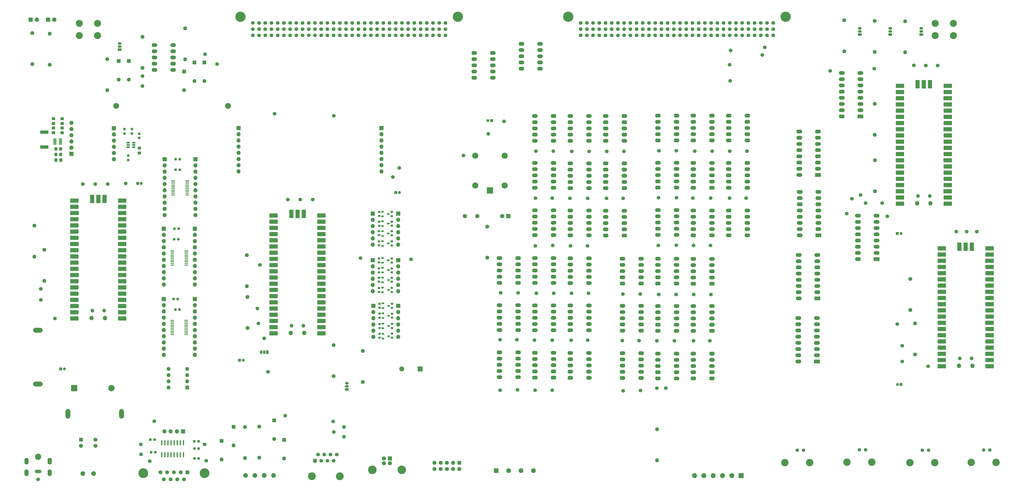
<source format=gts>
G04 #@! TF.GenerationSoftware,KiCad,Pcbnew,(6.0.1)*
G04 #@! TF.CreationDate,2023-03-07T12:10:13-05:00*
G04 #@! TF.ProjectId,Interconnect,496e7465-7263-46f6-9e6e-6563742e6b69,1.0*
G04 #@! TF.SameCoordinates,Original*
G04 #@! TF.FileFunction,Soldermask,Top*
G04 #@! TF.FilePolarity,Negative*
%FSLAX46Y46*%
G04 Gerber Fmt 4.6, Leading zero omitted, Abs format (unit mm)*
G04 Created by KiCad (PCBNEW (6.0.1)) date 2023-03-07 12:10:13*
%MOMM*%
%LPD*%
G01*
G04 APERTURE LIST*
G04 Aperture macros list*
%AMRoundRect*
0 Rectangle with rounded corners*
0 $1 Rounding radius*
0 $2 $3 $4 $5 $6 $7 $8 $9 X,Y pos of 4 corners*
0 Add a 4 corners polygon primitive as box body*
4,1,4,$2,$3,$4,$5,$6,$7,$8,$9,$2,$3,0*
0 Add four circle primitives for the rounded corners*
1,1,$1+$1,$2,$3*
1,1,$1+$1,$4,$5*
1,1,$1+$1,$6,$7*
1,1,$1+$1,$8,$9*
0 Add four rect primitives between the rounded corners*
20,1,$1+$1,$2,$3,$4,$5,0*
20,1,$1+$1,$4,$5,$6,$7,0*
20,1,$1+$1,$6,$7,$8,$9,0*
20,1,$1+$1,$8,$9,$2,$3,0*%
G04 Aperture macros list end*
%ADD10R,1.700000X1.700000*%
%ADD11O,1.700000X1.700000*%
%ADD12RoundRect,0.200000X0.275000X-0.200000X0.275000X0.200000X-0.275000X0.200000X-0.275000X-0.200000X0*%
%ADD13R,1.650000X1.650000*%
%ADD14C,1.650000*%
%ADD15C,1.500000*%
%ADD16C,2.400000*%
%ADD17O,2.400000X2.400000*%
%ADD18R,1.000000X0.700000*%
%ADD19R,2.400000X1.600000*%
%ADD20O,2.400000X1.600000*%
%ADD21C,1.600000*%
%ADD22O,1.600000X1.600000*%
%ADD23O,2.300000X1.600000*%
%ADD24RoundRect,0.250000X-0.337500X-0.475000X0.337500X-0.475000X0.337500X0.475000X-0.337500X0.475000X0*%
%ADD25RoundRect,0.237500X0.237500X-0.250000X0.237500X0.250000X-0.237500X0.250000X-0.237500X-0.250000X0*%
%ADD26RoundRect,0.100000X-0.637500X-0.100000X0.637500X-0.100000X0.637500X0.100000X-0.637500X0.100000X0*%
%ADD27RoundRect,0.250000X0.350000X0.450000X-0.350000X0.450000X-0.350000X-0.450000X0.350000X-0.450000X0*%
%ADD28RoundRect,0.237500X-0.300000X-0.237500X0.300000X-0.237500X0.300000X0.237500X-0.300000X0.237500X0*%
%ADD29R,1.500000X1.050000*%
%ADD30O,1.500000X1.050000*%
%ADD31R,2.025000X2.025000*%
%ADD32C,2.025000*%
%ADD33RoundRect,0.249999X1.425001X-0.450001X1.425001X0.450001X-1.425001X0.450001X-1.425001X-0.450001X0*%
%ADD34R,1.600000X1.600000*%
%ADD35R,1.200000X1.200000*%
%ADD36C,1.200000*%
%ADD37C,4.200000*%
%ADD38RoundRect,0.250000X-0.450000X0.350000X-0.450000X-0.350000X0.450000X-0.350000X0.450000X0.350000X0*%
%ADD39C,3.200000*%
%ADD40R,1.500000X1.500000*%
%ADD41RoundRect,0.200000X-0.275000X0.200000X-0.275000X-0.200000X0.275000X-0.200000X0.275000X0.200000X0*%
%ADD42R,2.500000X2.500000*%
%ADD43O,2.500000X2.500000*%
%ADD44C,4.000000*%
%ADD45RoundRect,0.237500X0.300000X0.237500X-0.300000X0.237500X-0.300000X-0.237500X0.300000X-0.237500X0*%
%ADD46O,1.800000X1.800000*%
%ADD47O,1.500000X1.500000*%
%ADD48R,3.500000X1.700000*%
%ADD49R,1.700000X3.500000*%
%ADD50RoundRect,0.150000X0.512500X0.150000X-0.512500X0.150000X-0.512500X-0.150000X0.512500X-0.150000X0*%
%ADD51RoundRect,0.237500X0.237500X-0.300000X0.237500X0.300000X-0.237500X0.300000X-0.237500X-0.300000X0*%
%ADD52RoundRect,0.041300X-0.253700X0.943700X-0.253700X-0.943700X0.253700X-0.943700X0.253700X0.943700X0*%
%ADD53C,1.905000*%
%ADD54C,1.700000*%
%ADD55C,3.500000*%
%ADD56O,3.900000X1.950000*%
%ADD57C,1.398000*%
%ADD58C,3.015000*%
%ADD59R,1.800000X1.800000*%
%ADD60C,1.800000*%
%ADD61R,2.600000X2.600000*%
%ADD62O,2.600000X2.600000*%
%ADD63C,1.900000*%
%ADD64C,2.850000*%
%ADD65C,2.550000*%
%ADD66O,2.700002X1.400000*%
%ADD67O,1.750000X2.750000*%
%ADD68R,1.950000X1.950000*%
%ADD69C,1.950000*%
%ADD70R,1.725000X1.725000*%
%ADD71C,1.725000*%
%ADD72O,1.950000X3.900000*%
%ADD73RoundRect,0.125000X-0.537500X-0.125000X0.537500X-0.125000X0.537500X0.125000X-0.537500X0.125000X0*%
%ADD74R,2.000000X2.000000*%
%ADD75C,2.000000*%
%ADD76R,1.050000X1.500000*%
%ADD77O,1.050000X1.500000*%
G04 APERTURE END LIST*
D10*
X160020000Y-71120000D03*
D11*
X160020000Y-73660000D03*
X160020000Y-76200000D03*
X160020000Y-78740000D03*
X160020000Y-81280000D03*
X160020000Y-83820000D03*
X160020000Y-86360000D03*
X160020000Y-88900000D03*
D10*
X101600000Y-71120000D03*
D11*
X101600000Y-73660000D03*
X101600000Y-76200000D03*
X101600000Y-78740000D03*
X101600000Y-81280000D03*
X101600000Y-83820000D03*
X101600000Y-86360000D03*
X101600000Y-88900000D03*
D12*
X159043000Y-119184135D03*
X159043000Y-117534135D03*
D13*
X191830000Y-208197500D03*
D14*
X191830000Y-210737500D03*
X189290000Y-208197500D03*
X189290000Y-210737500D03*
X186750000Y-208197500D03*
X186750000Y-210737500D03*
X184210000Y-208197500D03*
X184210000Y-210737500D03*
X181670000Y-208197500D03*
X181670000Y-210737500D03*
D15*
X383519200Y-168656000D03*
D16*
X51580000Y-62120000D03*
D17*
X97300000Y-62120000D03*
D18*
X160618278Y-151232880D03*
X160618278Y-153132880D03*
X163018278Y-152182880D03*
D15*
X109743744Y-151161879D03*
D19*
X355869000Y-66408135D03*
D20*
X355869000Y-63868135D03*
X355869000Y-61328135D03*
X355869000Y-58788135D03*
X355869000Y-56248135D03*
X355869000Y-53708135D03*
X355869000Y-51168135D03*
X355869000Y-48628135D03*
X348249000Y-48628135D03*
X348249000Y-51168135D03*
X348249000Y-53708135D03*
X348249000Y-56248135D03*
X348249000Y-58788135D03*
X348249000Y-61328135D03*
X348249000Y-63868135D03*
X348249000Y-66408135D03*
D21*
X374142000Y-27434135D03*
D22*
X374142000Y-40134135D03*
D23*
X230378000Y-95644895D03*
X230378000Y-93104895D03*
X230378000Y-90564895D03*
X230378000Y-88024895D03*
X230378000Y-85484895D03*
X222758000Y-85484895D03*
X222758000Y-88024895D03*
X222758000Y-90564895D03*
X222758000Y-93104895D03*
X222758000Y-95644895D03*
X280693300Y-173649895D03*
X280693300Y-171109895D03*
X280693300Y-168569895D03*
X280693300Y-166029895D03*
X280693300Y-163489895D03*
X273073300Y-163489895D03*
X273073300Y-166029895D03*
X273073300Y-168569895D03*
X273073300Y-171109895D03*
X273073300Y-173649895D03*
D10*
X50673000Y-71249135D03*
D11*
X50673000Y-73789135D03*
X50673000Y-76329135D03*
X50673000Y-78869135D03*
X50673000Y-81409135D03*
X50673000Y-83949135D03*
D23*
X244856000Y-115129615D03*
X244856000Y-112589615D03*
X244856000Y-110049615D03*
X244856000Y-107509615D03*
X244856000Y-104969615D03*
X237236000Y-104969615D03*
X237236000Y-107509615D03*
X237236000Y-110049615D03*
X237236000Y-112589615D03*
X237236000Y-115129615D03*
D24*
X26884400Y-84312285D03*
X28959400Y-84312285D03*
D25*
X58039000Y-73431635D03*
X58039000Y-71606635D03*
D26*
X74861500Y-92708135D03*
X74861500Y-93358135D03*
X74861500Y-94008135D03*
X74861500Y-94658135D03*
X74861500Y-95308135D03*
X74861500Y-95958135D03*
X74861500Y-96608135D03*
X74861500Y-97258135D03*
X74861500Y-97908135D03*
X74861500Y-98558135D03*
X80586500Y-98558135D03*
X80586500Y-97908135D03*
X80586500Y-97258135D03*
X80586500Y-96608135D03*
X80586500Y-95958135D03*
X80586500Y-95308135D03*
X80586500Y-94658135D03*
X80586500Y-94008135D03*
X80586500Y-93358135D03*
X80586500Y-92708135D03*
D15*
X272618200Y-158294935D03*
D27*
X28900400Y-82026285D03*
X26900400Y-82026285D03*
D21*
X378236000Y-163830000D03*
D22*
X378236000Y-151130000D03*
D15*
X62357000Y-53977135D03*
D28*
X83530982Y-206408000D03*
X85255982Y-206408000D03*
D29*
X52980000Y-39080000D03*
D30*
X52980000Y-37810000D03*
X52980000Y-36540000D03*
D31*
X307100000Y-213480000D03*
D32*
X303290000Y-213480000D03*
X299480000Y-213480000D03*
X295670000Y-213480000D03*
X291860000Y-213480000D03*
X288050000Y-213480000D03*
D15*
X265379200Y-158162455D03*
D33*
X22185400Y-78934535D03*
X22185400Y-72834535D03*
D18*
X160458778Y-136500880D03*
X160458778Y-138400880D03*
X162858778Y-137450880D03*
D21*
X47930000Y-42920000D03*
D22*
X47930000Y-55620000D03*
D15*
X208508600Y-157883055D03*
D34*
X79375000Y-48006000D03*
D22*
X79375000Y-55626000D03*
D29*
X368025000Y-32895135D03*
D30*
X368025000Y-31625135D03*
X368025000Y-30355135D03*
D15*
X126873000Y-100459135D03*
X252095000Y-99976535D03*
X295198800Y-80601415D03*
D21*
X361696000Y-61214000D03*
D22*
X361696000Y-73914000D03*
D15*
X395097000Y-113538000D03*
X20747200Y-141471135D03*
X222885000Y-178511895D03*
D23*
X295156300Y-95638615D03*
X295156300Y-93098615D03*
X295156300Y-90558615D03*
X295156300Y-88018615D03*
X295156300Y-85478615D03*
X287536300Y-85478615D03*
X287536300Y-88018615D03*
X287536300Y-90558615D03*
X287536300Y-93098615D03*
X287536300Y-95638615D03*
D15*
X193548000Y-82425135D03*
D35*
X102020401Y-166245135D03*
D36*
X103520401Y-166245135D03*
D15*
X273227800Y-119249655D03*
D21*
X79756000Y-30355135D03*
D22*
X79756000Y-43055135D03*
D15*
X244906800Y-80740175D03*
X110333000Y-127189135D03*
X377672600Y-45491400D03*
D34*
X120250000Y-198800000D03*
D22*
X120250000Y-206420000D03*
D15*
X113663000Y-170969135D03*
X241477800Y-28145335D03*
X244017800Y-28145335D03*
X246557800Y-28145335D03*
X249097800Y-28145335D03*
X251637800Y-28145335D03*
X254177800Y-28145335D03*
X256717800Y-28145335D03*
X259257800Y-28145335D03*
X261797800Y-28145335D03*
X264337800Y-28145335D03*
X266877800Y-28145335D03*
X269417800Y-28145335D03*
X271957800Y-28145335D03*
X274497800Y-28145335D03*
X277037800Y-28145335D03*
X279577800Y-28145335D03*
X282117800Y-28145335D03*
X284657800Y-28145335D03*
X287197800Y-28145335D03*
X289737800Y-28145335D03*
X292277800Y-28145335D03*
X294817800Y-28145335D03*
X297357800Y-28145335D03*
X299897800Y-28145335D03*
X302437800Y-28145335D03*
X304977800Y-28145335D03*
X307517800Y-28145335D03*
X310057800Y-28145335D03*
X312597800Y-28145335D03*
X315137800Y-28145335D03*
X317677800Y-28145335D03*
X320217800Y-28145335D03*
X241477800Y-30685335D03*
X244017800Y-30685335D03*
X246557800Y-30685335D03*
X249097800Y-30685335D03*
X251637800Y-30685335D03*
X254177800Y-30685335D03*
X256717800Y-30685335D03*
X259257800Y-30685335D03*
X261797800Y-30685335D03*
X264337800Y-30685335D03*
X266877800Y-30685335D03*
X269417800Y-30685335D03*
X271957800Y-30685335D03*
X274497800Y-30685335D03*
X277037800Y-30685335D03*
X279577800Y-30685335D03*
X282117800Y-30685335D03*
X284657800Y-30685335D03*
X287197800Y-30685335D03*
X289737800Y-30685335D03*
X292277800Y-30685335D03*
X294817800Y-30685335D03*
X297357800Y-30685335D03*
X299897800Y-30685335D03*
X302437800Y-30685335D03*
X304977800Y-30685335D03*
X307517800Y-30685335D03*
X310057800Y-30685335D03*
X312597800Y-30685335D03*
X315137800Y-30685335D03*
X317677800Y-30685335D03*
X320217800Y-30685335D03*
X241477800Y-33225335D03*
X244017800Y-33225335D03*
X246557800Y-33225335D03*
X249097800Y-33225335D03*
X251637800Y-33225335D03*
X254177800Y-33225335D03*
X256717800Y-33225335D03*
X259257800Y-33225335D03*
X261797800Y-33225335D03*
X264337800Y-33225335D03*
X266877800Y-33225335D03*
X269417800Y-33225335D03*
X271957800Y-33225335D03*
X274497800Y-33225335D03*
X277037800Y-33225335D03*
X279577800Y-33225335D03*
X282117800Y-33225335D03*
X284657800Y-33225335D03*
X287197800Y-33225335D03*
X289737800Y-33225335D03*
X292277800Y-33225335D03*
X294817800Y-33225335D03*
X297357800Y-33225335D03*
X299897800Y-33225335D03*
X302437800Y-33225335D03*
X304977800Y-33225335D03*
X307517800Y-33225335D03*
X310057800Y-33225335D03*
X312597800Y-33225335D03*
X315137800Y-33225335D03*
X317677800Y-33225335D03*
X320217800Y-33225335D03*
D37*
X236397800Y-25605335D03*
X325297800Y-25605335D03*
D38*
X25868400Y-67310285D03*
X25868400Y-69310285D03*
D23*
X244871000Y-173451415D03*
X244871000Y-170911415D03*
X244871000Y-168371415D03*
X244871000Y-165831415D03*
X244871000Y-163291415D03*
X237251000Y-163291415D03*
X237251000Y-165831415D03*
X237251000Y-168371415D03*
X237251000Y-170911415D03*
X237251000Y-173451415D03*
D10*
X166898278Y-143927880D03*
D11*
X166898278Y-146467880D03*
X166898278Y-149007880D03*
X166898278Y-151547880D03*
X166898278Y-154087880D03*
X166898278Y-156627880D03*
D15*
X88413482Y-207338000D03*
X131953000Y-100459135D03*
X222605600Y-158015535D03*
D34*
X116126000Y-190870000D03*
D22*
X116126000Y-198490000D03*
D23*
X259350600Y-115195615D03*
X259350600Y-112655615D03*
X259350600Y-110115615D03*
X259350600Y-107575615D03*
X259350600Y-105035615D03*
X251730600Y-105035615D03*
X251730600Y-107575615D03*
X251730600Y-110115615D03*
X251730600Y-112655615D03*
X251730600Y-115195615D03*
D21*
X376301000Y-132969000D03*
D22*
X376301000Y-145669000D03*
D39*
X131587500Y-213700000D03*
X143017500Y-213700000D03*
D40*
X132857500Y-207350000D03*
D15*
X134127500Y-204810000D03*
X135397500Y-207350000D03*
X136667500Y-204810000D03*
X137937500Y-207350000D03*
X139207500Y-204810000D03*
X140477500Y-207350000D03*
X141747500Y-204810000D03*
D35*
X60349000Y-93855135D03*
D36*
X61849000Y-93855135D03*
D41*
X164253000Y-124604135D03*
X164253000Y-126254135D03*
D18*
X160618278Y-142977880D03*
X160618278Y-144877880D03*
X163018278Y-143927880D03*
D15*
X302387000Y-45214135D03*
D12*
X159273000Y-148784135D03*
X159273000Y-147134135D03*
X159273000Y-153024135D03*
X159273000Y-151374135D03*
D35*
X165867401Y-97560000D03*
D36*
X167367401Y-97560000D03*
D18*
X160443000Y-124409135D03*
X160443000Y-126309135D03*
X162843000Y-125359135D03*
D15*
X237794800Y-80740175D03*
X315722000Y-41277135D03*
D42*
X204373000Y-96679135D03*
D43*
X210373000Y-94679135D03*
X210373000Y-82479135D03*
X198373000Y-82479135D03*
X198373000Y-94679135D03*
D23*
X295179600Y-154231655D03*
X295179600Y-151691655D03*
X295179600Y-149151655D03*
X295179600Y-146611655D03*
X295179600Y-144071655D03*
X287559600Y-144071655D03*
X287559600Y-146611655D03*
X287559600Y-149151655D03*
X287559600Y-151691655D03*
X287559600Y-154231655D03*
D34*
X94663000Y-199252000D03*
D22*
X94663000Y-206872000D03*
D15*
X366903000Y-107317135D03*
D23*
X280693300Y-134813415D03*
X280693300Y-132273415D03*
X280693300Y-129733415D03*
X280693300Y-127193415D03*
X280693300Y-124653415D03*
X273073300Y-124653415D03*
X273073300Y-127193415D03*
X273073300Y-129733415D03*
X273073300Y-132273415D03*
X273073300Y-134813415D03*
D12*
X159043000Y-130254135D03*
X159043000Y-128604135D03*
D28*
X65850982Y-203868000D03*
X67575982Y-203868000D03*
D38*
X61036200Y-79367735D03*
X61036200Y-81367735D03*
D15*
X109347000Y-145036135D03*
X107442000Y-28145335D03*
X109982000Y-28145335D03*
X112522000Y-28145335D03*
X115062000Y-28145335D03*
X117602000Y-28145335D03*
X120142000Y-28145335D03*
X122682000Y-28145335D03*
X125222000Y-28145335D03*
X127762000Y-28145335D03*
X130302000Y-28145335D03*
X132842000Y-28145335D03*
X135382000Y-28145335D03*
X137922000Y-28145335D03*
X140462000Y-28145335D03*
X143002000Y-28145335D03*
X145542000Y-28145335D03*
X148082000Y-28145335D03*
X150622000Y-28145335D03*
X153162000Y-28145335D03*
X155702000Y-28145335D03*
X158242000Y-28145335D03*
X160782000Y-28145335D03*
X163322000Y-28145335D03*
X165862000Y-28145335D03*
X168402000Y-28145335D03*
X170942000Y-28145335D03*
X173482000Y-28145335D03*
X176022000Y-28145335D03*
X178562000Y-28145335D03*
X181102000Y-28145335D03*
X183642000Y-28145335D03*
X186182000Y-28145335D03*
X107442000Y-30685335D03*
X109982000Y-30685335D03*
X112522000Y-30685335D03*
X115062000Y-30685335D03*
X117602000Y-30685335D03*
X120142000Y-30685335D03*
X122682000Y-30685335D03*
X125222000Y-30685335D03*
X127762000Y-30685335D03*
X130302000Y-30685335D03*
X132842000Y-30685335D03*
X135382000Y-30685335D03*
X137922000Y-30685335D03*
X140462000Y-30685335D03*
X143002000Y-30685335D03*
X145542000Y-30685335D03*
X148082000Y-30685335D03*
X150622000Y-30685335D03*
X153162000Y-30685335D03*
X155702000Y-30685335D03*
X158242000Y-30685335D03*
X160782000Y-30685335D03*
X163322000Y-30685335D03*
X165862000Y-30685335D03*
X168402000Y-30685335D03*
X170942000Y-30685335D03*
X173482000Y-30685335D03*
X176022000Y-30685335D03*
X178562000Y-30685335D03*
X181102000Y-30685335D03*
X183642000Y-30685335D03*
X186182000Y-30685335D03*
X107442000Y-33225335D03*
X109982000Y-33225335D03*
X112522000Y-33225335D03*
X115062000Y-33225335D03*
X117602000Y-33225335D03*
X120142000Y-33225335D03*
X122682000Y-33225335D03*
X125222000Y-33225335D03*
X127762000Y-33225335D03*
X130302000Y-33225335D03*
X132842000Y-33225335D03*
X135382000Y-33225335D03*
X137922000Y-33225335D03*
X140462000Y-33225335D03*
X143002000Y-33225335D03*
X145542000Y-33225335D03*
X148082000Y-33225335D03*
X150622000Y-33225335D03*
X153162000Y-33225335D03*
X155702000Y-33225335D03*
X158242000Y-33225335D03*
X160782000Y-33225335D03*
X163322000Y-33225335D03*
X165862000Y-33225335D03*
X168402000Y-33225335D03*
X170942000Y-33225335D03*
X173482000Y-33225335D03*
X176022000Y-33225335D03*
X178562000Y-33225335D03*
X181102000Y-33225335D03*
X183642000Y-33225335D03*
X186182000Y-33225335D03*
D37*
X102362000Y-25605335D03*
X191262000Y-25605335D03*
D15*
X151467278Y-124432880D03*
D34*
X56769000Y-43690135D03*
D22*
X56769000Y-51310135D03*
D12*
X159043000Y-126204135D03*
X159043000Y-124554135D03*
D15*
X26462200Y-149091135D03*
D10*
X166865778Y-125258880D03*
D11*
X166865778Y-127798880D03*
X166865778Y-130338880D03*
X166865778Y-132878880D03*
X166865778Y-135418880D03*
X166865778Y-137958880D03*
D15*
X222935800Y-119388415D03*
X372999000Y-166751000D03*
D10*
X83739000Y-141182635D03*
D11*
X83739000Y-143722635D03*
X83739000Y-146262635D03*
X83739000Y-148802635D03*
X83739000Y-151342635D03*
X83739000Y-153882635D03*
X83739000Y-156422635D03*
X83739000Y-158962635D03*
X83739000Y-161502635D03*
X83739000Y-164042635D03*
D29*
X380725000Y-32895135D03*
D30*
X380725000Y-31625135D03*
X380725000Y-30355135D03*
D23*
X230386300Y-134564415D03*
X230386300Y-132024415D03*
X230386300Y-129484415D03*
X230386300Y-126944415D03*
X230386300Y-124404415D03*
X222766300Y-124404415D03*
X222766300Y-126944415D03*
X222766300Y-129484415D03*
X222766300Y-132024415D03*
X222766300Y-134564415D03*
D18*
X160458778Y-132436880D03*
X160458778Y-134336880D03*
X162858778Y-133386880D03*
D44*
X87681000Y-212427669D03*
X62681000Y-212427669D03*
D34*
X80721000Y-212127669D03*
D21*
X77951000Y-212127669D03*
X75181000Y-212127669D03*
X72411000Y-212127669D03*
X69641000Y-212127669D03*
X79336000Y-214967669D03*
X76566000Y-214967669D03*
X73796000Y-214967669D03*
X71026000Y-214967669D03*
D15*
X280492200Y-139270335D03*
X288086800Y-80601415D03*
D28*
X83513482Y-199398000D03*
X85238482Y-199398000D03*
D18*
X160618278Y-147041880D03*
X160618278Y-148941880D03*
X163018278Y-147991880D03*
D21*
X272733000Y-194549135D03*
D22*
X272733000Y-207249135D03*
D21*
X105283000Y-153037135D03*
D22*
X105283000Y-140337135D03*
D45*
X77104500Y-112401135D03*
X75379500Y-112401135D03*
D28*
X75764500Y-145495635D03*
X77489500Y-145495635D03*
D23*
X230378000Y-173334895D03*
X230378000Y-170794895D03*
X230378000Y-168254895D03*
X230378000Y-165714895D03*
X230378000Y-163174895D03*
X222758000Y-163174895D03*
X222758000Y-165714895D03*
X222758000Y-168254895D03*
X222758000Y-170794895D03*
X222758000Y-173334895D03*
D12*
X164263000Y-115054135D03*
X164263000Y-113404135D03*
D15*
X361569000Y-46863000D03*
D23*
X244856000Y-134622135D03*
X244856000Y-132082135D03*
X244856000Y-129542135D03*
X244856000Y-127002135D03*
X244856000Y-124462135D03*
X237236000Y-124462135D03*
X237236000Y-127002135D03*
X237236000Y-129542135D03*
X237236000Y-132082135D03*
X237236000Y-134622135D03*
D15*
X87744000Y-200690000D03*
D23*
X224854500Y-46860135D03*
X224854500Y-44320135D03*
X224854500Y-41780135D03*
X224854500Y-39240135D03*
X224854500Y-36700135D03*
X217234500Y-36700135D03*
X217234500Y-39240135D03*
X217234500Y-41780135D03*
X217234500Y-44320135D03*
X217234500Y-46860135D03*
D45*
X76727500Y-141177635D03*
X75002500Y-141177635D03*
D46*
X41517200Y-148961135D03*
D47*
X41817200Y-145931135D03*
X46667200Y-145931135D03*
D46*
X46967200Y-148961135D03*
D11*
X53132200Y-149091135D03*
D48*
X54032200Y-149091135D03*
D11*
X53132200Y-146551135D03*
D48*
X54032200Y-146551135D03*
D10*
X53132200Y-144011135D03*
D48*
X54032200Y-144011135D03*
D11*
X53132200Y-141471135D03*
D48*
X54032200Y-141471135D03*
X54032200Y-138931135D03*
D11*
X53132200Y-138931135D03*
D48*
X54032200Y-136391135D03*
D11*
X53132200Y-136391135D03*
D48*
X54032200Y-133851135D03*
D11*
X53132200Y-133851135D03*
D10*
X53132200Y-131311135D03*
D48*
X54032200Y-131311135D03*
D11*
X53132200Y-128771135D03*
D48*
X54032200Y-128771135D03*
X54032200Y-126231135D03*
D11*
X53132200Y-126231135D03*
D48*
X54032200Y-123691135D03*
D11*
X53132200Y-123691135D03*
D48*
X54032200Y-121151135D03*
D11*
X53132200Y-121151135D03*
D48*
X54032200Y-118611135D03*
D10*
X53132200Y-118611135D03*
D11*
X53132200Y-116071135D03*
D48*
X54032200Y-116071135D03*
X54032200Y-113531135D03*
D11*
X53132200Y-113531135D03*
D48*
X54032200Y-110991135D03*
D11*
X53132200Y-110991135D03*
D48*
X54032200Y-108451135D03*
D11*
X53132200Y-108451135D03*
D48*
X54032200Y-105911135D03*
D10*
X53132200Y-105911135D03*
D11*
X53132200Y-103371135D03*
D48*
X54032200Y-103371135D03*
D11*
X53132200Y-100831135D03*
D48*
X54032200Y-100831135D03*
X34452200Y-100831135D03*
D11*
X35352200Y-100831135D03*
D48*
X34452200Y-103371135D03*
D11*
X35352200Y-103371135D03*
D10*
X35352200Y-105911135D03*
D48*
X34452200Y-105911135D03*
D11*
X35352200Y-108451135D03*
D48*
X34452200Y-108451135D03*
D11*
X35352200Y-110991135D03*
D48*
X34452200Y-110991135D03*
D11*
X35352200Y-113531135D03*
D48*
X34452200Y-113531135D03*
X34452200Y-116071135D03*
D11*
X35352200Y-116071135D03*
D48*
X34452200Y-118611135D03*
D10*
X35352200Y-118611135D03*
D48*
X34452200Y-121151135D03*
D11*
X35352200Y-121151135D03*
X35352200Y-123691135D03*
D48*
X34452200Y-123691135D03*
D11*
X35352200Y-126231135D03*
D48*
X34452200Y-126231135D03*
D11*
X35352200Y-128771135D03*
D48*
X34452200Y-128771135D03*
X34452200Y-131311135D03*
D10*
X35352200Y-131311135D03*
D48*
X34452200Y-133851135D03*
D11*
X35352200Y-133851135D03*
D48*
X34452200Y-136391135D03*
D11*
X35352200Y-136391135D03*
D48*
X34452200Y-138931135D03*
D11*
X35352200Y-138931135D03*
X35352200Y-141471135D03*
D48*
X34452200Y-141471135D03*
D10*
X35352200Y-144011135D03*
D48*
X34452200Y-144011135D03*
X34452200Y-146551135D03*
D11*
X35352200Y-146551135D03*
D48*
X34452200Y-149091135D03*
D11*
X35352200Y-149091135D03*
D49*
X46782200Y-100161135D03*
D11*
X46782200Y-101061135D03*
D49*
X44242200Y-100161135D03*
D10*
X44242200Y-101061135D03*
D49*
X41702200Y-100161135D03*
D11*
X41702200Y-101061135D03*
D21*
X349250000Y-27053135D03*
D22*
X349250000Y-39753135D03*
D15*
X229844600Y-158015535D03*
D50*
X58790000Y-79057135D03*
X58790000Y-78107135D03*
X58790000Y-77157135D03*
X56515000Y-77157135D03*
X56515000Y-78107135D03*
X56515000Y-79057135D03*
D23*
X244864300Y-95777375D03*
X244864300Y-93237375D03*
X244864300Y-90697375D03*
X244864300Y-88157375D03*
X244864300Y-85617375D03*
X237244300Y-85617375D03*
X237244300Y-88157375D03*
X237244300Y-90697375D03*
X237244300Y-93237375D03*
X237244300Y-95777375D03*
X215900000Y-153850175D03*
X215900000Y-151310175D03*
X215900000Y-148770175D03*
X215900000Y-146230175D03*
X215900000Y-143690175D03*
X208280000Y-143690175D03*
X208280000Y-146230175D03*
X208280000Y-148770175D03*
X208280000Y-151310175D03*
X208280000Y-153850175D03*
D34*
X52578000Y-43690135D03*
D22*
X52578000Y-51310135D03*
D15*
X208534000Y-178506415D03*
D51*
X60934600Y-75210435D03*
X60934600Y-73485435D03*
D12*
X164353000Y-156979135D03*
X164353000Y-155329135D03*
D15*
X350266000Y-106174135D03*
D10*
X156446022Y-106237135D03*
D11*
X156446022Y-108777135D03*
X156446022Y-111317135D03*
X156446022Y-113857135D03*
X156446022Y-116397135D03*
X156446022Y-118937135D03*
D15*
X230047800Y-119261415D03*
X352425000Y-100078135D03*
X244703600Y-138787735D03*
X144706000Y-193579000D03*
X61729000Y-204761669D03*
D23*
X309642600Y-76220375D03*
X309642600Y-73680375D03*
X309642600Y-71140375D03*
X309642600Y-68600375D03*
X309642600Y-66060375D03*
X302022600Y-66060375D03*
X302022600Y-68600375D03*
X302022600Y-71140375D03*
X302022600Y-73680375D03*
X302022600Y-76220375D03*
D15*
X280670000Y-99705295D03*
D23*
X230386300Y-153982655D03*
X230386300Y-151442655D03*
X230386300Y-148902655D03*
X230386300Y-146362655D03*
X230386300Y-143822655D03*
X222766300Y-143822655D03*
X222766300Y-146362655D03*
X222766300Y-148902655D03*
X222766300Y-151442655D03*
X222766300Y-153982655D03*
D29*
X355600000Y-32895135D03*
D30*
X355600000Y-31625135D03*
X355600000Y-30355135D03*
D21*
X140462000Y-172720000D03*
D22*
X140462000Y-160020000D03*
D23*
X280670000Y-114924375D03*
X280670000Y-112384375D03*
X280670000Y-109844375D03*
X280670000Y-107304375D03*
X280670000Y-104764375D03*
X273050000Y-104764375D03*
X273050000Y-107304375D03*
X273050000Y-109844375D03*
X273050000Y-112384375D03*
X273050000Y-114924375D03*
X205550500Y-50543135D03*
X205550500Y-48003135D03*
X205550500Y-45463135D03*
X205550500Y-42923135D03*
X205550500Y-40383135D03*
X197930500Y-40383135D03*
X197930500Y-42923135D03*
X197930500Y-45463135D03*
X197930500Y-48003135D03*
X197930500Y-50543135D03*
D15*
X121793000Y-100459135D03*
D41*
X164253000Y-128614135D03*
X164253000Y-130264135D03*
D15*
X237286800Y-119393895D03*
D52*
X79070000Y-200000669D03*
X77800000Y-200000669D03*
X76530000Y-200000669D03*
X75260000Y-200000669D03*
X73990000Y-200000669D03*
X72720000Y-200000669D03*
X71450000Y-200000669D03*
X70180000Y-200000669D03*
X70180000Y-204950669D03*
X71450000Y-204950669D03*
X72720000Y-204950669D03*
X73990000Y-204950669D03*
X75260000Y-204950669D03*
X76530000Y-204950669D03*
X77800000Y-204950669D03*
X79070000Y-204950669D03*
D35*
X205065600Y-68074135D03*
D36*
X203565600Y-68074135D03*
D15*
X215874600Y-138655255D03*
X302437800Y-80596335D03*
D23*
X215900000Y-173177895D03*
X215900000Y-170637895D03*
X215900000Y-168097895D03*
X215900000Y-165557895D03*
X215900000Y-163017895D03*
X208280000Y-163017895D03*
X208280000Y-165557895D03*
X208280000Y-168097895D03*
X208280000Y-170637895D03*
X208280000Y-173177895D03*
D15*
X140589000Y-66169135D03*
X61650000Y-200700000D03*
X167280000Y-87470000D03*
X279857200Y-158294935D03*
D19*
X362473000Y-124828135D03*
D20*
X362473000Y-122288135D03*
X362473000Y-119748135D03*
X362473000Y-117208135D03*
X362473000Y-114668135D03*
X362473000Y-112128135D03*
X362473000Y-109588135D03*
X362473000Y-107048135D03*
X354853000Y-107048135D03*
X354853000Y-109588135D03*
X354853000Y-112128135D03*
X354853000Y-114668135D03*
X354853000Y-117208135D03*
X354853000Y-119748135D03*
X354853000Y-122288135D03*
X354853000Y-124828135D03*
D15*
X343535000Y-47754135D03*
X87884000Y-40894000D03*
D10*
X71374000Y-83949135D03*
D11*
X71374000Y-86489135D03*
X71374000Y-89029135D03*
X71374000Y-91569135D03*
X71374000Y-94109135D03*
X71374000Y-96649135D03*
X71374000Y-99189135D03*
X71374000Y-101729135D03*
X71374000Y-104269135D03*
X71374000Y-106809135D03*
D53*
X104487000Y-213433000D03*
X108297000Y-213433000D03*
X112107000Y-213433000D03*
X115917000Y-213433000D03*
D23*
X74867500Y-47368135D03*
X74867500Y-44828135D03*
X74867500Y-42288135D03*
X74867500Y-39748135D03*
X74867500Y-37208135D03*
X67247500Y-37208135D03*
X67247500Y-39748135D03*
X67247500Y-42288135D03*
X67247500Y-44828135D03*
X67247500Y-47368135D03*
D15*
X229870000Y-99844055D03*
D21*
X105029000Y-123192135D03*
D22*
X105029000Y-135892135D03*
D23*
X215900000Y-134564415D03*
X215900000Y-132024415D03*
X215900000Y-129484415D03*
X215900000Y-126944415D03*
X215900000Y-124404415D03*
X208280000Y-124404415D03*
X208280000Y-126944415D03*
X208280000Y-129484415D03*
X208280000Y-132024415D03*
X208280000Y-134564415D03*
D21*
X24384000Y-45214135D03*
D22*
X24384000Y-32514135D03*
D26*
X74468020Y-149872754D03*
X74468020Y-150522754D03*
X74468020Y-151172754D03*
X74468020Y-151822754D03*
X74468020Y-152472754D03*
X74468020Y-153122754D03*
X74468020Y-153772754D03*
X74468020Y-154422754D03*
X74468020Y-155072754D03*
X74468020Y-155722754D03*
X80193020Y-155722754D03*
X80193020Y-155072754D03*
X80193020Y-154422754D03*
X80193020Y-153772754D03*
X80193020Y-153122754D03*
X80193020Y-152472754D03*
X80193020Y-151822754D03*
X80193020Y-151172754D03*
X80193020Y-150522754D03*
X80193020Y-149872754D03*
D15*
X112141000Y-157228135D03*
D23*
X295163000Y-134871135D03*
X295163000Y-132331135D03*
X295163000Y-129791135D03*
X295163000Y-127251135D03*
X295163000Y-124711135D03*
X287543000Y-124711135D03*
X287543000Y-127251135D03*
X287543000Y-129791135D03*
X287543000Y-132331135D03*
X287543000Y-134871135D03*
D15*
X144706000Y-197516000D03*
D10*
X163530000Y-206432500D03*
D54*
X161030000Y-206432500D03*
X161030000Y-208432500D03*
X163530000Y-208432500D03*
D55*
X156260000Y-211142500D03*
X168300000Y-211142500D03*
D15*
X302387000Y-99837775D03*
D23*
X280693300Y-154231655D03*
X280693300Y-151691655D03*
X280693300Y-149151655D03*
X280693300Y-146611655D03*
X280693300Y-144071655D03*
X273073300Y-144071655D03*
X273073300Y-146611655D03*
X273073300Y-149151655D03*
X273073300Y-151691655D03*
X273073300Y-154231655D03*
D56*
X19591750Y-175975135D03*
X19591750Y-153975135D03*
D23*
X266207000Y-173479135D03*
X266207000Y-170939135D03*
X266207000Y-168399135D03*
X266207000Y-165859135D03*
X266207000Y-163319135D03*
X258587000Y-163319135D03*
X258587000Y-165859135D03*
X258587000Y-168399135D03*
X258587000Y-170939135D03*
X258587000Y-173479135D03*
D28*
X75279000Y-116719135D03*
X77004000Y-116719135D03*
D25*
X56515000Y-84250135D03*
X56515000Y-82425135D03*
D15*
X287604200Y-158294935D03*
D23*
X259334000Y-76416855D03*
X259334000Y-73876855D03*
X259334000Y-71336855D03*
X259334000Y-68796855D03*
X259334000Y-66256855D03*
X251714000Y-66256855D03*
X251714000Y-68796855D03*
X251714000Y-71336855D03*
X251714000Y-73876855D03*
X251714000Y-76416855D03*
X230378000Y-76359135D03*
X230378000Y-73819135D03*
X230378000Y-71279135D03*
X230378000Y-68739135D03*
X230378000Y-66199135D03*
X222758000Y-66199135D03*
X222758000Y-68739135D03*
X222758000Y-71279135D03*
X222758000Y-73819135D03*
X222758000Y-76359135D03*
D15*
X223189800Y-80607695D03*
X215366600Y-157883055D03*
D57*
X381130000Y-203030000D03*
X383670000Y-203030000D03*
D58*
X376050000Y-208110000D03*
X386210000Y-208110000D03*
D10*
X83949000Y-83949135D03*
D11*
X83949000Y-86489135D03*
X83949000Y-89029135D03*
X83949000Y-91569135D03*
X83949000Y-94109135D03*
X83949000Y-96649135D03*
X83949000Y-99189135D03*
X83949000Y-101729135D03*
X83949000Y-104269135D03*
X83949000Y-106809135D03*
D25*
X54991000Y-73431635D03*
X54991000Y-71606635D03*
D23*
X266207000Y-154099175D03*
X266207000Y-151559175D03*
X266207000Y-149019175D03*
X266207000Y-146479175D03*
X266207000Y-143939175D03*
X258587000Y-143939175D03*
X258587000Y-146479175D03*
X258587000Y-149019175D03*
X258587000Y-151559175D03*
X258587000Y-154099175D03*
D15*
X355981000Y-98552000D03*
D23*
X259334000Y-95765615D03*
X259334000Y-93225615D03*
X259334000Y-90685615D03*
X259334000Y-88145615D03*
X259334000Y-85605615D03*
X251714000Y-85605615D03*
X251714000Y-88145615D03*
X251714000Y-90685615D03*
X251714000Y-93225615D03*
X251714000Y-95765615D03*
D15*
X203708000Y-73535135D03*
X215646000Y-178379415D03*
X273481800Y-80468935D03*
D27*
X28900400Y-79740285D03*
X26900400Y-79740285D03*
D15*
X316738000Y-38102135D03*
D10*
X71039000Y-141182635D03*
D11*
X71039000Y-143722635D03*
X71039000Y-146262635D03*
X71039000Y-148802635D03*
X71039000Y-151342635D03*
X71039000Y-153882635D03*
X71039000Y-156422635D03*
X71039000Y-158962635D03*
X71039000Y-161502635D03*
X71039000Y-164042635D03*
D15*
X223367600Y-138787735D03*
D23*
X280670000Y-95506135D03*
X280670000Y-92966135D03*
X280670000Y-90426135D03*
X280670000Y-87886135D03*
X280670000Y-85346135D03*
X273050000Y-85346135D03*
X273050000Y-87886135D03*
X273050000Y-90426135D03*
X273050000Y-92966135D03*
X273050000Y-95506135D03*
D21*
X17272000Y-32260135D03*
D22*
X17272000Y-44960135D03*
D35*
X28868401Y-169801135D03*
D36*
X30368401Y-169801135D03*
D15*
X37973000Y-94109135D03*
X258775200Y-139137855D03*
D59*
X16632000Y-26799135D03*
D60*
X19172000Y-26799135D03*
D61*
X34417000Y-177675135D03*
D62*
X49657000Y-177675135D03*
D12*
X159033000Y-115044135D03*
X159033000Y-113394135D03*
D15*
X294563800Y-119255135D03*
D57*
X355470000Y-202880000D03*
X358010000Y-202880000D03*
D58*
X350390000Y-207960000D03*
X360550000Y-207960000D03*
D12*
X159063000Y-107144135D03*
X159063000Y-105494135D03*
D21*
X110030000Y-193410000D03*
D22*
X110030000Y-206110000D03*
D18*
X160453022Y-109351135D03*
X160453022Y-111251135D03*
X162853022Y-110301135D03*
D15*
X294335200Y-158294935D03*
D12*
X159033000Y-134074135D03*
X159033000Y-132424135D03*
D15*
X273304000Y-99705295D03*
D12*
X159273000Y-157024135D03*
X159273000Y-155374135D03*
D21*
X104188000Y-193537000D03*
D22*
X104188000Y-206237000D03*
D15*
X309118000Y-99837775D03*
D59*
X23744000Y-26799135D03*
D60*
X26284000Y-26799135D03*
D63*
X37920000Y-212660000D03*
X42320000Y-212660000D03*
D13*
X37170000Y-198760000D03*
D14*
X37170000Y-201260000D03*
X43070000Y-198760000D03*
X43070000Y-201260000D03*
D57*
X330040000Y-203020000D03*
X332580000Y-203020000D03*
D58*
X324960000Y-208100000D03*
X335120000Y-208100000D03*
D15*
X280593800Y-80468935D03*
X55499000Y-93855135D03*
X273380200Y-139270335D03*
X48133000Y-94109135D03*
D64*
X43942000Y-28300000D03*
X36452000Y-28300000D03*
X36452000Y-33300000D03*
X43942000Y-33300000D03*
D15*
X358013000Y-101854000D03*
D35*
X370967000Y-114300000D03*
D36*
X372467000Y-114300000D03*
D12*
X159043000Y-138294135D03*
X159043000Y-136644135D03*
D23*
X295156300Y-76220375D03*
X295156300Y-73680375D03*
X295156300Y-71140375D03*
X295156300Y-68600375D03*
X295156300Y-66060375D03*
X287536300Y-66060375D03*
X287536300Y-68600375D03*
X287536300Y-71140375D03*
X287536300Y-73680375D03*
X287536300Y-76220375D03*
D15*
X244271800Y-119393895D03*
D12*
X164253000Y-119234135D03*
X164253000Y-117584135D03*
D10*
X71061500Y-112406135D03*
D11*
X71061500Y-114946135D03*
X71061500Y-117486135D03*
X71061500Y-120026135D03*
X71061500Y-122566135D03*
X71061500Y-125106135D03*
X71061500Y-127646135D03*
X71061500Y-130186135D03*
X71061500Y-132726135D03*
X71061500Y-135266135D03*
D15*
X19660000Y-215030000D03*
D65*
X19660000Y-205780000D03*
D66*
X19660000Y-211780000D03*
D67*
X14910000Y-212280000D03*
X24410000Y-212280000D03*
X14910000Y-207580000D03*
X24410000Y-207580000D03*
D15*
X20747200Y-137026135D03*
D28*
X83530982Y-202418000D03*
X85255982Y-202418000D03*
D21*
X62357000Y-46484135D03*
D22*
X62357000Y-33784135D03*
D46*
X384512400Y-102003400D03*
D47*
X384212400Y-98973400D03*
D46*
X379062400Y-102003400D03*
D47*
X379362400Y-98973400D03*
D11*
X390677400Y-102133400D03*
D48*
X391577400Y-102133400D03*
X391577400Y-99593400D03*
D11*
X390677400Y-99593400D03*
D48*
X391577400Y-97053400D03*
D10*
X390677400Y-97053400D03*
D48*
X391577400Y-94513400D03*
D11*
X390677400Y-94513400D03*
D48*
X391577400Y-91973400D03*
D11*
X390677400Y-91973400D03*
X390677400Y-89433400D03*
D48*
X391577400Y-89433400D03*
X391577400Y-86893400D03*
D11*
X390677400Y-86893400D03*
D48*
X391577400Y-84353400D03*
D10*
X390677400Y-84353400D03*
D11*
X390677400Y-81813400D03*
D48*
X391577400Y-81813400D03*
D11*
X390677400Y-79273400D03*
D48*
X391577400Y-79273400D03*
X391577400Y-76733400D03*
D11*
X390677400Y-76733400D03*
X390677400Y-74193400D03*
D48*
X391577400Y-74193400D03*
D10*
X390677400Y-71653400D03*
D48*
X391577400Y-71653400D03*
D11*
X390677400Y-69113400D03*
D48*
X391577400Y-69113400D03*
X391577400Y-66573400D03*
D11*
X390677400Y-66573400D03*
X390677400Y-64033400D03*
D48*
X391577400Y-64033400D03*
D11*
X390677400Y-61493400D03*
D48*
X391577400Y-61493400D03*
D10*
X390677400Y-58953400D03*
D48*
X391577400Y-58953400D03*
X391577400Y-56413400D03*
D11*
X390677400Y-56413400D03*
D48*
X391577400Y-53873400D03*
D11*
X390677400Y-53873400D03*
X372897400Y-53873400D03*
D48*
X371997400Y-53873400D03*
D11*
X372897400Y-56413400D03*
D48*
X371997400Y-56413400D03*
D10*
X372897400Y-58953400D03*
D48*
X371997400Y-58953400D03*
D11*
X372897400Y-61493400D03*
D48*
X371997400Y-61493400D03*
X371997400Y-64033400D03*
D11*
X372897400Y-64033400D03*
D48*
X371997400Y-66573400D03*
D11*
X372897400Y-66573400D03*
D48*
X371997400Y-69113400D03*
D11*
X372897400Y-69113400D03*
D10*
X372897400Y-71653400D03*
D48*
X371997400Y-71653400D03*
D11*
X372897400Y-74193400D03*
D48*
X371997400Y-74193400D03*
D11*
X372897400Y-76733400D03*
D48*
X371997400Y-76733400D03*
D11*
X372897400Y-79273400D03*
D48*
X371997400Y-79273400D03*
D11*
X372897400Y-81813400D03*
D48*
X371997400Y-81813400D03*
X371997400Y-84353400D03*
D10*
X372897400Y-84353400D03*
D11*
X372897400Y-86893400D03*
D48*
X371997400Y-86893400D03*
X371997400Y-89433400D03*
D11*
X372897400Y-89433400D03*
D48*
X371997400Y-91973400D03*
D11*
X372897400Y-91973400D03*
D48*
X371997400Y-94513400D03*
D11*
X372897400Y-94513400D03*
D10*
X372897400Y-97053400D03*
D48*
X371997400Y-97053400D03*
X371997400Y-99593400D03*
D11*
X372897400Y-99593400D03*
X372897400Y-102133400D03*
D48*
X371997400Y-102133400D03*
D49*
X384327400Y-53203400D03*
D11*
X384327400Y-54103400D03*
D49*
X381787400Y-53203400D03*
D10*
X381787400Y-54103400D03*
D11*
X379247400Y-54103400D03*
D49*
X379247400Y-53203400D03*
D15*
X164690000Y-91230000D03*
X237109000Y-99976535D03*
X92837000Y-44960135D03*
X258826000Y-99976535D03*
X65253482Y-207528000D03*
X172168278Y-124940880D03*
X387451600Y-45618400D03*
X208762600Y-138655255D03*
D18*
X160618278Y-155423880D03*
X160618278Y-157323880D03*
X163018278Y-156373880D03*
D21*
X18161000Y-111127135D03*
D22*
X18161000Y-123827135D03*
D15*
X403479000Y-113538000D03*
X237718600Y-138782655D03*
X302768000Y-39372135D03*
D10*
X156451778Y-125258880D03*
D11*
X156451778Y-127798880D03*
X156451778Y-130338880D03*
X156451778Y-132878880D03*
X156451778Y-135418880D03*
X156451778Y-137958880D03*
D34*
X80635000Y-177411135D03*
D22*
X80635000Y-174871135D03*
X80635000Y-172331135D03*
X80635000Y-169791135D03*
X73015000Y-169791135D03*
X73015000Y-172331135D03*
X73015000Y-174871135D03*
X73015000Y-177411135D03*
D68*
X206930000Y-211420000D03*
D69*
X212010000Y-211420000D03*
X217090000Y-211420000D03*
X222170000Y-211420000D03*
D28*
X75845500Y-88267135D03*
X77570500Y-88267135D03*
D15*
X120660000Y-188920000D03*
D70*
X211963000Y-107190135D03*
D71*
X209423000Y-107190135D03*
X199263000Y-107190135D03*
X194183000Y-107190135D03*
D23*
X266207000Y-134813415D03*
X266207000Y-132273415D03*
X266207000Y-129733415D03*
X266207000Y-127193415D03*
X266207000Y-124653415D03*
X258587000Y-124653415D03*
X258587000Y-127193415D03*
X258587000Y-129733415D03*
X258587000Y-132273415D03*
X258587000Y-134813415D03*
D15*
X43053000Y-94109135D03*
X140330000Y-191270000D03*
D10*
X166860022Y-106237135D03*
D11*
X166860022Y-108777135D03*
X166860022Y-111317135D03*
X166860022Y-113857135D03*
X166860022Y-116397135D03*
X166860022Y-118937135D03*
D15*
X229870000Y-178511895D03*
D23*
X244864300Y-76359135D03*
X244864300Y-73819135D03*
X244864300Y-71279135D03*
X244864300Y-68739135D03*
X244864300Y-66199135D03*
X237244300Y-66199135D03*
X237244300Y-68739135D03*
X237244300Y-71279135D03*
X237244300Y-73819135D03*
X237244300Y-76359135D03*
D10*
X83761500Y-112401135D03*
D11*
X83761500Y-114941135D03*
X83761500Y-117481135D03*
X83761500Y-120021135D03*
X83761500Y-122561135D03*
X83761500Y-125101135D03*
X83761500Y-127641135D03*
X83761500Y-130181135D03*
X83761500Y-132721135D03*
X83761500Y-135261135D03*
D41*
X164243000Y-109504135D03*
X164243000Y-111154135D03*
D21*
X22225000Y-121033135D03*
D22*
X22225000Y-133733135D03*
D46*
X396182000Y-168526000D03*
D47*
X396482000Y-165496000D03*
D46*
X401632000Y-168526000D03*
D47*
X401332000Y-165496000D03*
D48*
X408697000Y-168656000D03*
D11*
X407797000Y-168656000D03*
D48*
X408697000Y-166116000D03*
D11*
X407797000Y-166116000D03*
D10*
X407797000Y-163576000D03*
D48*
X408697000Y-163576000D03*
X408697000Y-161036000D03*
D11*
X407797000Y-161036000D03*
D48*
X408697000Y-158496000D03*
D11*
X407797000Y-158496000D03*
D48*
X408697000Y-155956000D03*
D11*
X407797000Y-155956000D03*
X407797000Y-153416000D03*
D48*
X408697000Y-153416000D03*
D10*
X407797000Y-150876000D03*
D48*
X408697000Y-150876000D03*
X408697000Y-148336000D03*
D11*
X407797000Y-148336000D03*
D48*
X408697000Y-145796000D03*
D11*
X407797000Y-145796000D03*
X407797000Y-143256000D03*
D48*
X408697000Y-143256000D03*
X408697000Y-140716000D03*
D11*
X407797000Y-140716000D03*
D48*
X408697000Y-138176000D03*
D10*
X407797000Y-138176000D03*
D11*
X407797000Y-135636000D03*
D48*
X408697000Y-135636000D03*
D11*
X407797000Y-133096000D03*
D48*
X408697000Y-133096000D03*
X408697000Y-130556000D03*
D11*
X407797000Y-130556000D03*
D48*
X408697000Y-128016000D03*
D11*
X407797000Y-128016000D03*
D10*
X407797000Y-125476000D03*
D48*
X408697000Y-125476000D03*
D11*
X407797000Y-122936000D03*
D48*
X408697000Y-122936000D03*
X408697000Y-120396000D03*
D11*
X407797000Y-120396000D03*
D48*
X389117000Y-120396000D03*
D11*
X390017000Y-120396000D03*
D48*
X389117000Y-122936000D03*
D11*
X390017000Y-122936000D03*
D48*
X389117000Y-125476000D03*
D10*
X390017000Y-125476000D03*
D48*
X389117000Y-128016000D03*
D11*
X390017000Y-128016000D03*
D48*
X389117000Y-130556000D03*
D11*
X390017000Y-130556000D03*
X390017000Y-133096000D03*
D48*
X389117000Y-133096000D03*
X389117000Y-135636000D03*
D11*
X390017000Y-135636000D03*
D10*
X390017000Y-138176000D03*
D48*
X389117000Y-138176000D03*
D11*
X390017000Y-140716000D03*
D48*
X389117000Y-140716000D03*
X389117000Y-143256000D03*
D11*
X390017000Y-143256000D03*
D48*
X389117000Y-145796000D03*
D11*
X390017000Y-145796000D03*
X390017000Y-148336000D03*
D48*
X389117000Y-148336000D03*
D10*
X390017000Y-150876000D03*
D48*
X389117000Y-150876000D03*
D11*
X390017000Y-153416000D03*
D48*
X389117000Y-153416000D03*
D11*
X390017000Y-155956000D03*
D48*
X389117000Y-155956000D03*
X389117000Y-158496000D03*
D11*
X390017000Y-158496000D03*
X390017000Y-161036000D03*
D48*
X389117000Y-161036000D03*
D10*
X390017000Y-163576000D03*
D48*
X389117000Y-163576000D03*
X389117000Y-166116000D03*
D11*
X390017000Y-166116000D03*
X390017000Y-168656000D03*
D48*
X389117000Y-168656000D03*
D11*
X401447000Y-120626000D03*
D49*
X401447000Y-119726000D03*
X398907000Y-119726000D03*
D10*
X398907000Y-120626000D03*
D49*
X396367000Y-119726000D03*
D11*
X396367000Y-120626000D03*
D34*
X87630000Y-44325135D03*
D22*
X87630000Y-51945135D03*
D15*
X309422800Y-80601415D03*
D18*
X160453000Y-105424135D03*
X160453000Y-107324135D03*
X162853000Y-106374135D03*
D21*
X361797600Y-97053400D03*
D22*
X361797600Y-84353400D03*
D15*
X252145800Y-80735095D03*
D72*
X53799000Y-188182385D03*
X31799000Y-188182385D03*
D10*
X33234400Y-81772285D03*
D11*
X33234400Y-79232285D03*
X33234400Y-76692285D03*
X33234400Y-74152285D03*
X33234400Y-71612285D03*
X33234400Y-69072285D03*
D12*
X159273000Y-144744135D03*
X159273000Y-143094135D03*
D41*
X164353000Y-143134135D03*
X164353000Y-144784135D03*
D19*
X338089000Y-166738135D03*
D20*
X338089000Y-164198135D03*
X338089000Y-161658135D03*
X338089000Y-159118135D03*
X338089000Y-156578135D03*
X338089000Y-154038135D03*
X338089000Y-151498135D03*
X338089000Y-148958135D03*
X330469000Y-148958135D03*
X330469000Y-151498135D03*
X330469000Y-154038135D03*
X330469000Y-156578135D03*
X330469000Y-159118135D03*
X330469000Y-161658135D03*
X330469000Y-164198135D03*
X330469000Y-166738135D03*
D19*
X338470000Y-90411135D03*
D20*
X338470000Y-87871135D03*
X338470000Y-85331135D03*
X338470000Y-82791135D03*
X338470000Y-80251135D03*
X338470000Y-77711135D03*
X338470000Y-75171135D03*
X338470000Y-72631135D03*
X330850000Y-72631135D03*
X330850000Y-75171135D03*
X330850000Y-77711135D03*
X330850000Y-80251135D03*
X330850000Y-82791135D03*
X330850000Y-85331135D03*
X330850000Y-87871135D03*
X330850000Y-90411135D03*
D38*
X29424400Y-71120285D03*
X29424400Y-73120285D03*
D34*
X83566000Y-44325135D03*
D22*
X83566000Y-51945135D03*
D18*
X160458778Y-128372880D03*
X160458778Y-130272880D03*
X162858778Y-129322880D03*
D15*
X370967000Y-151384000D03*
D19*
X338709000Y-115064135D03*
D20*
X338709000Y-112524135D03*
X338709000Y-109984135D03*
X338709000Y-107444135D03*
X338709000Y-104904135D03*
X338709000Y-102364135D03*
X338709000Y-99824135D03*
X338709000Y-97284135D03*
X331089000Y-97284135D03*
X331089000Y-99824135D03*
X331089000Y-102364135D03*
X331089000Y-104904135D03*
X331089000Y-107444135D03*
X331089000Y-109984135D03*
X331089000Y-112524135D03*
X331089000Y-115064135D03*
D34*
X99560000Y-193500000D03*
D22*
X99560000Y-201120000D03*
D21*
X152400000Y-175133000D03*
D22*
X152400000Y-162433000D03*
D41*
X164363000Y-147154135D03*
X164363000Y-148804135D03*
D15*
X265953000Y-178628415D03*
D45*
X77570500Y-83949135D03*
X75845500Y-83949135D03*
D41*
X164243000Y-105539135D03*
X164243000Y-107189135D03*
D12*
X164353000Y-152994135D03*
X164353000Y-151344135D03*
X159063000Y-111194135D03*
X159063000Y-109544135D03*
D15*
X265887200Y-139137855D03*
X244348000Y-99976535D03*
D19*
X338216000Y-140957135D03*
D20*
X338216000Y-138417135D03*
X338216000Y-135877135D03*
X338216000Y-133337135D03*
X338216000Y-130797135D03*
X338216000Y-128257135D03*
X338216000Y-125717135D03*
X338216000Y-123177135D03*
X330596000Y-123177135D03*
X330596000Y-125717135D03*
X330596000Y-128257135D03*
X330596000Y-130797135D03*
X330596000Y-133337135D03*
X330596000Y-135877135D03*
X330596000Y-138417135D03*
X330596000Y-140957135D03*
D15*
X382625600Y-45618400D03*
D23*
X295156300Y-115056855D03*
X295156300Y-112516855D03*
X295156300Y-109976855D03*
X295156300Y-107436855D03*
X295156300Y-104896855D03*
X287536300Y-104896855D03*
X287536300Y-107436855D03*
X287536300Y-109976855D03*
X287536300Y-112516855D03*
X287536300Y-115056855D03*
D15*
X287578800Y-119255135D03*
X210185000Y-68455135D03*
D73*
X26508900Y-75717285D03*
X26508900Y-76367285D03*
X26508900Y-77017285D03*
X26508900Y-77667285D03*
X28783900Y-77667285D03*
X28783900Y-77017285D03*
X28783900Y-76367285D03*
X28783900Y-75717285D03*
D23*
X309642600Y-95638615D03*
X309642600Y-93098615D03*
X309642600Y-90558615D03*
X309642600Y-88018615D03*
X309642600Y-85478615D03*
X302022600Y-85478615D03*
X302022600Y-88018615D03*
X302022600Y-90558615D03*
X302022600Y-93098615D03*
X302022600Y-95638615D03*
D15*
X364718600Y-101879400D03*
D12*
X164263000Y-138254135D03*
X164263000Y-136604135D03*
D64*
X393877800Y-28300000D03*
X386387800Y-28300000D03*
X386387800Y-33300000D03*
X393877800Y-33300000D03*
D15*
X230479600Y-138787735D03*
X258521200Y-158162455D03*
D38*
X29424400Y-67310285D03*
X29424400Y-69310285D03*
D18*
X160453022Y-113415135D03*
X160453022Y-115315135D03*
X162853022Y-114365135D03*
D15*
X294716200Y-139270335D03*
X116332000Y-65280135D03*
X302641000Y-51818135D03*
D10*
X156738278Y-143927880D03*
D11*
X156738278Y-146467880D03*
X156738278Y-149007880D03*
X156738278Y-151547880D03*
X156738278Y-154087880D03*
X156738278Y-156627880D03*
D74*
X175885000Y-169801135D03*
D75*
X168285000Y-169801135D03*
D15*
X223012000Y-99844055D03*
D23*
X295179600Y-173649895D03*
X295179600Y-171109895D03*
X295179600Y-168569895D03*
X295179600Y-166029895D03*
X295179600Y-163489895D03*
X287559600Y-163489895D03*
X287559600Y-166029895D03*
X287559600Y-168569895D03*
X287559600Y-171109895D03*
X287559600Y-173649895D03*
D18*
X160453022Y-117479135D03*
X160453022Y-119379135D03*
X162853022Y-118429135D03*
D23*
X280670000Y-76220375D03*
X280670000Y-73680375D03*
X280670000Y-71140375D03*
X280670000Y-68600375D03*
X280670000Y-66060375D03*
X273050000Y-66060375D03*
X273050000Y-68600375D03*
X273050000Y-71140375D03*
X273050000Y-73680375D03*
X273050000Y-76220375D03*
D15*
X62357000Y-49913135D03*
X276275800Y-177675135D03*
D76*
X113411000Y-162943135D03*
D77*
X112141000Y-162943135D03*
X110871000Y-162943135D03*
D23*
X309642600Y-115056855D03*
X309642600Y-112516855D03*
X309642600Y-109976855D03*
X309642600Y-107436855D03*
X309642600Y-104896855D03*
X302022600Y-104896855D03*
X302022600Y-107436855D03*
X302022600Y-109976855D03*
X302022600Y-112516855D03*
X302022600Y-115056855D03*
D21*
X203327000Y-111506000D03*
D22*
X203327000Y-124206000D03*
D15*
X372999000Y-160274000D03*
X280593800Y-119122655D03*
D26*
X74549000Y-121414135D03*
X74549000Y-122064135D03*
X74549000Y-122714135D03*
X74549000Y-123364135D03*
X74549000Y-124014135D03*
X74549000Y-124664135D03*
X74549000Y-125314135D03*
X74549000Y-125964135D03*
X74549000Y-126614135D03*
X74549000Y-127264135D03*
X80274000Y-127264135D03*
X80274000Y-126614135D03*
X80274000Y-125964135D03*
X80274000Y-125314135D03*
X80274000Y-124664135D03*
X80274000Y-124014135D03*
X80274000Y-123364135D03*
X80274000Y-122714135D03*
X80274000Y-122064135D03*
X80274000Y-121414135D03*
D38*
X25868400Y-71120285D03*
X25868400Y-73120285D03*
D15*
X140584000Y-195588000D03*
D45*
X67295982Y-198708000D03*
X65570982Y-198708000D03*
D15*
X287401000Y-99837775D03*
X294640000Y-99837775D03*
D29*
X145923000Y-178183135D03*
D30*
X145923000Y-176913135D03*
X145923000Y-175643135D03*
D15*
X259130800Y-80740175D03*
D21*
X361696000Y-27307135D03*
D22*
X361696000Y-40007135D03*
D35*
X372491000Y-176151135D03*
D36*
X370991000Y-176151135D03*
D15*
X230301800Y-80607695D03*
D57*
X406220000Y-202970000D03*
X408760000Y-202970000D03*
D58*
X401140000Y-208050000D03*
X411300000Y-208050000D03*
D15*
X272618200Y-177675135D03*
D10*
X78943000Y-195363669D03*
D11*
X76403000Y-195363669D03*
X73863000Y-195363669D03*
X71323000Y-195363669D03*
D15*
X244322600Y-158015535D03*
D47*
X123269944Y-152065879D03*
D46*
X122969944Y-155095879D03*
D47*
X128119944Y-152065879D03*
D46*
X128419944Y-155095879D03*
D48*
X135484944Y-155225879D03*
D11*
X134584944Y-155225879D03*
X134584944Y-152685879D03*
D48*
X135484944Y-152685879D03*
X135484944Y-150145879D03*
D10*
X134584944Y-150145879D03*
D48*
X135484944Y-147605879D03*
D11*
X134584944Y-147605879D03*
X134584944Y-145065879D03*
D48*
X135484944Y-145065879D03*
X135484944Y-142525879D03*
D11*
X134584944Y-142525879D03*
X134584944Y-139985879D03*
D48*
X135484944Y-139985879D03*
X135484944Y-137445879D03*
D10*
X134584944Y-137445879D03*
D48*
X135484944Y-134905879D03*
D11*
X134584944Y-134905879D03*
D48*
X135484944Y-132365879D03*
D11*
X134584944Y-132365879D03*
X134584944Y-129825879D03*
D48*
X135484944Y-129825879D03*
X135484944Y-127285879D03*
D11*
X134584944Y-127285879D03*
D10*
X134584944Y-124745879D03*
D48*
X135484944Y-124745879D03*
D11*
X134584944Y-122205879D03*
D48*
X135484944Y-122205879D03*
D11*
X134584944Y-119665879D03*
D48*
X135484944Y-119665879D03*
D11*
X134584944Y-117125879D03*
D48*
X135484944Y-117125879D03*
D11*
X134584944Y-114585879D03*
D48*
X135484944Y-114585879D03*
D10*
X134584944Y-112045879D03*
D48*
X135484944Y-112045879D03*
X135484944Y-109505879D03*
D11*
X134584944Y-109505879D03*
D48*
X135484944Y-106965879D03*
D11*
X134584944Y-106965879D03*
D48*
X115904944Y-106965879D03*
D11*
X116804944Y-106965879D03*
X116804944Y-109505879D03*
D48*
X115904944Y-109505879D03*
D10*
X116804944Y-112045879D03*
D48*
X115904944Y-112045879D03*
D11*
X116804944Y-114585879D03*
D48*
X115904944Y-114585879D03*
D11*
X116804944Y-117125879D03*
D48*
X115904944Y-117125879D03*
D11*
X116804944Y-119665879D03*
D48*
X115904944Y-119665879D03*
D11*
X116804944Y-122205879D03*
D48*
X115904944Y-122205879D03*
X115904944Y-124745879D03*
D10*
X116804944Y-124745879D03*
D48*
X115904944Y-127285879D03*
D11*
X116804944Y-127285879D03*
D48*
X115904944Y-129825879D03*
D11*
X116804944Y-129825879D03*
X116804944Y-132365879D03*
D48*
X115904944Y-132365879D03*
D11*
X116804944Y-134905879D03*
D48*
X115904944Y-134905879D03*
D10*
X116804944Y-137445879D03*
D48*
X115904944Y-137445879D03*
D11*
X116804944Y-139985879D03*
D48*
X115904944Y-139985879D03*
X115904944Y-142525879D03*
D11*
X116804944Y-142525879D03*
D48*
X115904944Y-145065879D03*
D11*
X116804944Y-145065879D03*
D48*
X115904944Y-147605879D03*
D11*
X116804944Y-147605879D03*
D48*
X115904944Y-150145879D03*
D10*
X116804944Y-150145879D03*
D48*
X115904944Y-152685879D03*
D11*
X116804944Y-152685879D03*
X116804944Y-155225879D03*
D48*
X115904944Y-155225879D03*
D49*
X128234944Y-106295879D03*
D11*
X128234944Y-107195879D03*
D49*
X125694944Y-106295879D03*
D10*
X125694944Y-107195879D03*
D49*
X123154944Y-106295879D03*
D11*
X123154944Y-107195879D03*
D15*
X67140000Y-191180000D03*
X287731200Y-139265255D03*
D23*
X230378000Y-114972615D03*
X230378000Y-112432615D03*
X230378000Y-109892615D03*
X230378000Y-107352615D03*
X230378000Y-104812615D03*
X222758000Y-104812615D03*
X222758000Y-107352615D03*
X222758000Y-109892615D03*
X222758000Y-112432615D03*
X222758000Y-114972615D03*
D15*
X258841000Y-178755415D03*
X399288000Y-113538000D03*
X237591600Y-158015535D03*
D12*
X164233000Y-134064135D03*
X164233000Y-132414135D03*
D23*
X244856000Y-153970895D03*
X244856000Y-151430895D03*
X244856000Y-148890895D03*
X244856000Y-146350895D03*
X244856000Y-143810895D03*
X237236000Y-143810895D03*
X237236000Y-146350895D03*
X237236000Y-148890895D03*
X237236000Y-151430895D03*
X237236000Y-153970895D03*
M02*

</source>
